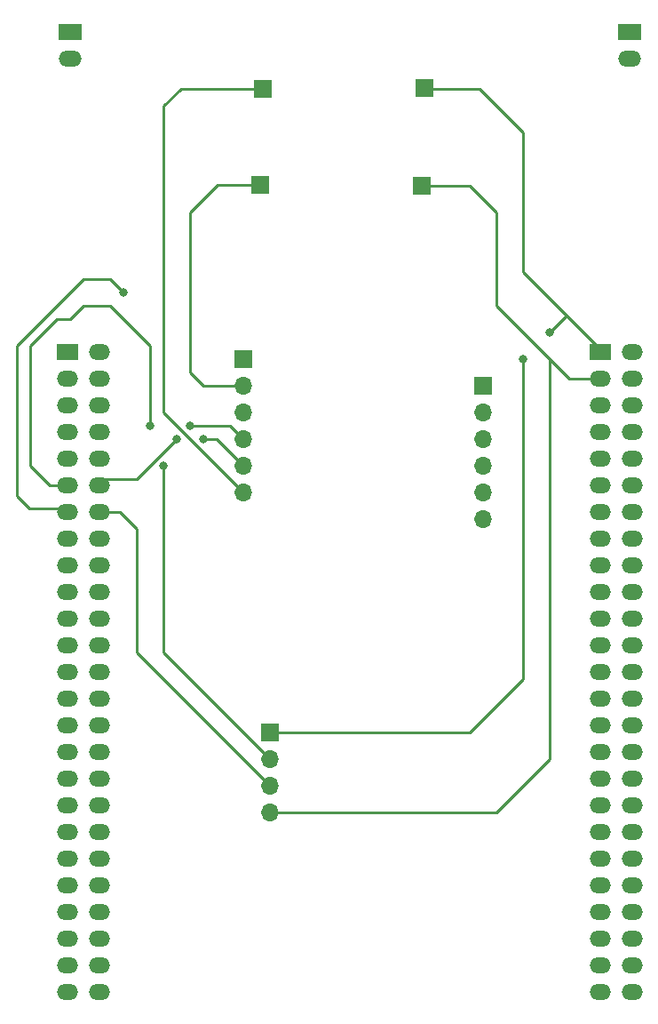
<source format=gbr>
%TF.GenerationSoftware,KiCad,Pcbnew,(7.0.0)*%
%TF.CreationDate,2023-05-29T14:56:51-06:00*%
%TF.ProjectId,GPS_TRACKER,4750535f-5452-4414-934b-45522e6b6963,rev?*%
%TF.SameCoordinates,Original*%
%TF.FileFunction,Copper,L1,Top*%
%TF.FilePolarity,Positive*%
%FSLAX46Y46*%
G04 Gerber Fmt 4.6, Leading zero omitted, Abs format (unit mm)*
G04 Created by KiCad (PCBNEW (7.0.0)) date 2023-05-29 14:56:51*
%MOMM*%
%LPD*%
G01*
G04 APERTURE LIST*
%TA.AperFunction,ComponentPad*%
%ADD10R,1.700000X1.700000*%
%TD*%
%TA.AperFunction,ComponentPad*%
%ADD11O,1.700000X1.700000*%
%TD*%
%TA.AperFunction,ComponentPad*%
%ADD12R,2.000000X1.500000*%
%TD*%
%TA.AperFunction,ComponentPad*%
%ADD13O,2.000000X1.500000*%
%TD*%
%TA.AperFunction,ComponentPad*%
%ADD14R,2.200000X1.500000*%
%TD*%
%TA.AperFunction,ComponentPad*%
%ADD15O,2.200000X1.500000*%
%TD*%
%TA.AperFunction,ViaPad*%
%ADD16C,0.800000*%
%TD*%
%TA.AperFunction,Conductor*%
%ADD17C,0.250000*%
%TD*%
%TA.AperFunction,Conductor*%
%ADD18C,0.000000*%
%TD*%
G04 APERTURE END LIST*
D10*
%TO.P,SMS1,1*%
%TO.N,N/C*%
X142239999Y-74929999D03*
D11*
%TO.P,SMS1,2*%
X142239999Y-77469999D03*
%TO.P,SMS1,3*%
X142239999Y-80009999D03*
%TO.P,SMS1,4*%
X142239999Y-82549999D03*
%TO.P,SMS1,5*%
X142239999Y-85089999D03*
%TO.P,SMS1,6*%
X142239999Y-87629999D03*
%TD*%
D10*
%TO.P,BuckConverter1,1*%
%TO.N,N/C*%
X159501625Y-49114405D03*
%TD*%
%TO.P,BuckConverter1,1*%
%TO.N,N/C*%
X159279106Y-58419999D03*
%TD*%
%TO.P,BuckConverter1,1*%
%TO.N,N/C*%
X143817382Y-58323501D03*
%TD*%
%TO.P,GPS1,1*%
%TO.N,N/C*%
X144779999Y-110489999D03*
D11*
%TO.P,GPS1,2*%
X144779999Y-113029999D03*
%TO.P,GPS1,3*%
X144779999Y-115569999D03*
%TO.P,GPS1,4*%
X144779999Y-118109999D03*
%TD*%
D10*
%TO.P,BuckConverter1,1*%
%TO.N,N/C*%
X144084611Y-49176073D03*
%TD*%
%TO.P,SMS1,1*%
%TO.N,N/C*%
X165099999Y-77469999D03*
D11*
%TO.P,SMS1,2*%
X165099999Y-80009999D03*
%TO.P,SMS1,3*%
X165099999Y-82549999D03*
%TO.P,SMS1,4*%
X165099999Y-85089999D03*
%TO.P,SMS1,5*%
X165099999Y-87629999D03*
%TO.P,SMS1,6*%
X165099999Y-90169999D03*
%TD*%
D12*
%TO.P,STM32F4_Discovery_Header,1*%
%TO.N,N/C*%
X125479999Y-74219999D03*
D13*
%TO.P,STM32F4_Discovery_Header,2*%
X128519999Y-74219999D03*
%TO.P,STM32F4_Discovery_Header,3*%
X125479999Y-76759999D03*
%TO.P,STM32F4_Discovery_Header,4*%
X128519999Y-76759999D03*
%TO.P,STM32F4_Discovery_Header,5*%
X125479999Y-79299999D03*
%TO.P,STM32F4_Discovery_Header,6*%
X128519999Y-79299999D03*
%TO.P,STM32F4_Discovery_Header,7*%
X125479999Y-81839999D03*
%TO.P,STM32F4_Discovery_Header,8*%
X128519999Y-81839999D03*
%TO.P,STM32F4_Discovery_Header,9*%
X125479999Y-84379999D03*
%TO.P,STM32F4_Discovery_Header,10*%
X128519999Y-84379999D03*
%TO.P,STM32F4_Discovery_Header,11*%
X125479999Y-86919999D03*
%TO.P,STM32F4_Discovery_Header,12*%
X128519999Y-86919999D03*
%TO.P,STM32F4_Discovery_Header,13*%
X125479999Y-89459999D03*
%TO.P,STM32F4_Discovery_Header,14*%
X128519999Y-89459999D03*
%TO.P,STM32F4_Discovery_Header,15*%
X125479999Y-91999999D03*
%TO.P,STM32F4_Discovery_Header,16*%
X128519999Y-91999999D03*
%TO.P,STM32F4_Discovery_Header,17*%
X125479999Y-94539999D03*
%TO.P,STM32F4_Discovery_Header,18*%
X128519999Y-94539999D03*
%TO.P,STM32F4_Discovery_Header,19*%
X125479999Y-97079999D03*
%TO.P,STM32F4_Discovery_Header,20*%
X128519999Y-97079999D03*
%TO.P,STM32F4_Discovery_Header,21*%
X125479999Y-99619999D03*
%TO.P,STM32F4_Discovery_Header,22*%
X128519999Y-99619999D03*
%TO.P,STM32F4_Discovery_Header,23*%
X125479999Y-102159999D03*
%TO.P,STM32F4_Discovery_Header,24*%
X128519999Y-102159999D03*
%TO.P,STM32F4_Discovery_Header,25*%
X125479999Y-104699999D03*
%TO.P,STM32F4_Discovery_Header,26*%
X128519999Y-104699999D03*
%TO.P,STM32F4_Discovery_Header,27*%
X125479999Y-107239999D03*
%TO.P,STM32F4_Discovery_Header,28*%
X128519999Y-107239999D03*
%TO.P,STM32F4_Discovery_Header,29*%
X125479999Y-109779999D03*
%TO.P,STM32F4_Discovery_Header,30*%
X128519999Y-109779999D03*
%TO.P,STM32F4_Discovery_Header,31*%
X125479999Y-112319999D03*
%TO.P,STM32F4_Discovery_Header,32*%
X128519999Y-112319999D03*
%TO.P,STM32F4_Discovery_Header,33*%
X125479999Y-114859999D03*
%TO.P,STM32F4_Discovery_Header,34*%
X128519999Y-114859999D03*
%TO.P,STM32F4_Discovery_Header,35*%
X125479999Y-117399999D03*
%TO.P,STM32F4_Discovery_Header,36*%
X128519999Y-117399999D03*
%TO.P,STM32F4_Discovery_Header,37*%
X125479999Y-119939999D03*
%TO.P,STM32F4_Discovery_Header,38*%
X128519999Y-119939999D03*
%TO.P,STM32F4_Discovery_Header,39*%
X125479999Y-122479999D03*
%TO.P,STM32F4_Discovery_Header,40*%
X128519999Y-122479999D03*
%TO.P,STM32F4_Discovery_Header,41*%
X125479999Y-125019999D03*
%TO.P,STM32F4_Discovery_Header,42*%
X128519999Y-125019999D03*
%TO.P,STM32F4_Discovery_Header,43*%
X125479999Y-127559999D03*
%TO.P,STM32F4_Discovery_Header,44*%
X128519999Y-127559999D03*
%TO.P,STM32F4_Discovery_Header,45*%
X125479999Y-130099999D03*
%TO.P,STM32F4_Discovery_Header,46*%
X128519999Y-130099999D03*
%TO.P,STM32F4_Discovery_Header,47*%
X125479999Y-132639999D03*
%TO.P,STM32F4_Discovery_Header,48*%
X128519999Y-132639999D03*
%TO.P,STM32F4_Discovery_Header,49*%
X125479999Y-135179999D03*
D14*
X125729999Y-43739999D03*
D13*
%TO.P,STM32F4_Discovery_Header,50*%
X128519999Y-135179999D03*
D15*
X125729999Y-46279999D03*
D13*
%TO.P,STM32F4_Discovery_Header,51*%
X176279999Y-135179999D03*
D14*
X179069999Y-43739999D03*
D13*
%TO.P,STM32F4_Discovery_Header,52*%
X179319999Y-135179999D03*
D15*
X179069999Y-46279999D03*
D13*
%TO.P,STM32F4_Discovery_Header,53*%
X176279999Y-132639999D03*
%TO.P,STM32F4_Discovery_Header,54*%
X179319999Y-132639999D03*
%TO.P,STM32F4_Discovery_Header,55*%
X176279999Y-130099999D03*
%TO.P,STM32F4_Discovery_Header,56*%
X179319999Y-130099999D03*
%TO.P,STM32F4_Discovery_Header,57*%
X176279999Y-127559999D03*
%TO.P,STM32F4_Discovery_Header,58*%
X179319999Y-127559999D03*
%TO.P,STM32F4_Discovery_Header,59*%
X176279999Y-125019999D03*
%TO.P,STM32F4_Discovery_Header,60*%
X179319999Y-125019999D03*
%TO.P,STM32F4_Discovery_Header,61*%
X176279999Y-122479999D03*
%TO.P,STM32F4_Discovery_Header,62*%
X179319999Y-122479999D03*
%TO.P,STM32F4_Discovery_Header,63*%
X176279999Y-119939999D03*
%TO.P,STM32F4_Discovery_Header,64*%
X179319999Y-119939999D03*
%TO.P,STM32F4_Discovery_Header,65*%
X176279999Y-117399999D03*
%TO.P,STM32F4_Discovery_Header,66*%
X179319999Y-117399999D03*
%TO.P,STM32F4_Discovery_Header,67*%
X176279999Y-114859999D03*
%TO.P,STM32F4_Discovery_Header,68*%
X179319999Y-114859999D03*
%TO.P,STM32F4_Discovery_Header,69*%
X176279999Y-112319999D03*
%TO.P,STM32F4_Discovery_Header,70*%
X179319999Y-112319999D03*
%TO.P,STM32F4_Discovery_Header,71*%
X176279999Y-109779999D03*
%TO.P,STM32F4_Discovery_Header,72*%
X179319999Y-109779999D03*
%TO.P,STM32F4_Discovery_Header,73*%
X176279999Y-107239999D03*
%TO.P,STM32F4_Discovery_Header,74*%
X179319999Y-107239999D03*
%TO.P,STM32F4_Discovery_Header,75*%
X176279999Y-104699999D03*
%TO.P,STM32F4_Discovery_Header,76*%
X179319999Y-104699999D03*
%TO.P,STM32F4_Discovery_Header,77*%
X176279999Y-102159999D03*
%TO.P,STM32F4_Discovery_Header,78*%
X179319999Y-102159999D03*
%TO.P,STM32F4_Discovery_Header,79*%
X176279999Y-99619999D03*
%TO.P,STM32F4_Discovery_Header,80*%
X179319999Y-99619999D03*
%TO.P,STM32F4_Discovery_Header,81*%
X176279999Y-97079999D03*
%TO.P,STM32F4_Discovery_Header,82*%
X179319999Y-97079999D03*
%TO.P,STM32F4_Discovery_Header,83*%
X176279999Y-94539999D03*
%TO.P,STM32F4_Discovery_Header,84*%
X179319999Y-94539999D03*
%TO.P,STM32F4_Discovery_Header,85*%
X176279999Y-91999999D03*
%TO.P,STM32F4_Discovery_Header,86*%
X179319999Y-91999999D03*
%TO.P,STM32F4_Discovery_Header,87*%
X176279999Y-89459999D03*
%TO.P,STM32F4_Discovery_Header,88*%
X179319999Y-89459999D03*
%TO.P,STM32F4_Discovery_Header,89*%
X176279999Y-86919999D03*
%TO.P,STM32F4_Discovery_Header,90*%
X179319999Y-86919999D03*
%TO.P,STM32F4_Discovery_Header,91*%
X176279999Y-84379999D03*
%TO.P,STM32F4_Discovery_Header,92*%
X179319999Y-84379999D03*
%TO.P,STM32F4_Discovery_Header,93*%
X176279999Y-81839999D03*
%TO.P,STM32F4_Discovery_Header,94*%
X179319999Y-81839999D03*
%TO.P,STM32F4_Discovery_Header,95*%
X176279999Y-79299999D03*
%TO.P,STM32F4_Discovery_Header,96*%
X179319999Y-79299999D03*
%TO.P,STM32F4_Discovery_Header,97*%
X176279999Y-76759999D03*
%TO.P,STM32F4_Discovery_Header,98*%
X179319999Y-76759999D03*
D12*
%TO.P,STM32F4_Discovery_Header,99*%
X176279999Y-74219999D03*
D13*
%TO.P,STM32F4_Discovery_Header,100*%
X179319999Y-74219999D03*
%TD*%
D16*
%TO.N,*%
X130810000Y-68580000D03*
X138430000Y-82550000D03*
X137160000Y-81280000D03*
X133350000Y-81280000D03*
X168910000Y-74930000D03*
X135890000Y-82550000D03*
X171450000Y-72390000D03*
X134620000Y-85090000D03*
%TD*%
D17*
%TO.N,*%
X125730000Y-86920000D02*
X123750000Y-86920000D01*
X133350000Y-73660000D02*
X129540000Y-69850000D01*
X137160000Y-60960000D02*
X139796498Y-58323502D01*
X168910000Y-53340000D02*
X164719683Y-49149683D01*
X133350000Y-81280000D02*
X133350000Y-73660000D01*
X144780000Y-110490000D02*
X163830000Y-110490000D01*
X171450000Y-113030000D02*
X171450000Y-74930000D01*
X128830000Y-86360000D02*
X132080000Y-86360000D01*
X128270000Y-86920000D02*
X128830000Y-86360000D01*
X137160000Y-76200000D02*
X137160000Y-60960000D01*
X173280000Y-76760000D02*
X171450000Y-74930000D01*
X134620000Y-102870000D02*
X134620000Y-86360000D01*
X142240000Y-87630000D02*
X134620000Y-80010000D01*
X124460000Y-71120000D02*
X121920000Y-73660000D01*
X176530000Y-76760000D02*
X173280000Y-76760000D01*
X166370000Y-69850000D02*
X171450000Y-74930000D01*
X159279107Y-58420000D02*
X163830000Y-58420000D01*
X123750000Y-86920000D02*
X121920000Y-85090000D01*
X139796498Y-58323502D02*
X143817383Y-58323502D01*
D18*
X159984723Y-49114406D02*
X160020000Y-49149683D01*
D17*
X164719683Y-49149683D02*
X160020000Y-49149683D01*
X144780000Y-115570000D02*
X132080000Y-102870000D01*
X136270317Y-49149683D02*
X142240000Y-49149683D01*
X120650000Y-87997823D02*
X121822068Y-89169891D01*
X160020000Y-49149683D02*
X159144228Y-49149683D01*
X134620000Y-50800000D02*
X136270317Y-49149683D01*
X163830000Y-58420000D02*
X166370000Y-60960000D01*
X127000000Y-67310000D02*
X120650000Y-73660000D01*
X120650000Y-73660000D02*
X120650000Y-87997823D01*
X144780000Y-113030000D02*
X134620000Y-102870000D01*
D18*
X159501626Y-49114406D02*
X159984723Y-49114406D01*
D17*
X137160000Y-81280000D02*
X140970000Y-81280000D01*
X142240000Y-85090000D02*
X139700000Y-82550000D01*
X125439891Y-89169891D02*
X125730000Y-89460000D01*
X125730000Y-71120000D02*
X124460000Y-71120000D01*
X139700000Y-82550000D02*
X138430000Y-82550000D01*
X142240000Y-49149683D02*
X143375121Y-49149683D01*
X132080000Y-102870000D02*
X132080000Y-91072655D01*
X168910000Y-66600000D02*
X168910000Y-53340000D01*
X168910000Y-105410000D02*
X168910000Y-74930000D01*
X134620000Y-80010000D02*
X134620000Y-50800000D01*
X132080000Y-86360000D02*
X135890000Y-82550000D01*
X130810000Y-68580000D02*
X129540000Y-67310000D01*
X166370000Y-118110000D02*
X171450000Y-113030000D01*
D18*
X142266391Y-49176074D02*
X142240000Y-49149683D01*
D17*
X166370000Y-60960000D02*
X166370000Y-69850000D01*
X176530000Y-74220000D02*
X173075000Y-70765000D01*
X127000000Y-69850000D02*
X125730000Y-71120000D01*
X134620000Y-86360000D02*
X134620000Y-85090000D01*
X132080000Y-91072655D02*
X130467345Y-89460000D01*
X129540000Y-67310000D02*
X127000000Y-67310000D01*
D18*
X144084612Y-49176074D02*
X142266391Y-49176074D01*
D17*
X140970000Y-81280000D02*
X142240000Y-82550000D01*
X121822068Y-89169891D02*
X125439891Y-89169891D01*
X130467345Y-89460000D02*
X128270000Y-89460000D01*
X129540000Y-69850000D02*
X127000000Y-69850000D01*
X171450000Y-72390000D02*
X173075000Y-70765000D01*
X144780000Y-118110000D02*
X166370000Y-118110000D01*
X138430000Y-77470000D02*
X137160000Y-76200000D01*
X142240000Y-77470000D02*
X138430000Y-77470000D01*
X121920000Y-85090000D02*
X121920000Y-73660000D01*
X173075000Y-70765000D02*
X168910000Y-66600000D01*
X163830000Y-110490000D02*
X168910000Y-105410000D01*
%TD*%
M02*

</source>
